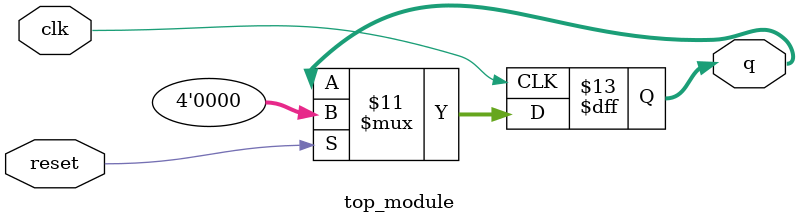
<source format=v>
module top_module (
    input clk,
    input reset,        // Synchronous active-high reset
    output [3:0] q);
    
    always@(posedge clk)begin
        if(reset) q<=4'b0;
        else if(count==4'b1001)count<=4'b0;
        else  count<=count+1;
    end
        

endmodule
</source>
